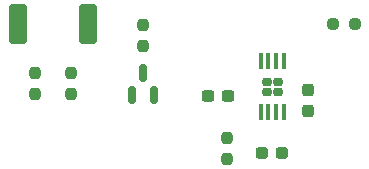
<source format=gtp>
G04 #@! TF.GenerationSoftware,KiCad,Pcbnew,6.0.8-f2edbf62ab~116~ubuntu20.04.1*
G04 #@! TF.CreationDate,2022-11-14T20:50:25-05:00*
G04 #@! TF.ProjectId,solar_lights,736f6c61-725f-46c6-9967-6874732e6b69,rev?*
G04 #@! TF.SameCoordinates,Original*
G04 #@! TF.FileFunction,Paste,Top*
G04 #@! TF.FilePolarity,Positive*
%FSLAX46Y46*%
G04 Gerber Fmt 4.6, Leading zero omitted, Abs format (unit mm)*
G04 Created by KiCad (PCBNEW 6.0.8-f2edbf62ab~116~ubuntu20.04.1) date 2022-11-14 20:50:25*
%MOMM*%
%LPD*%
G01*
G04 APERTURE LIST*
G04 Aperture macros list*
%AMRoundRect*
0 Rectangle with rounded corners*
0 $1 Rounding radius*
0 $2 $3 $4 $5 $6 $7 $8 $9 X,Y pos of 4 corners*
0 Add a 4 corners polygon primitive as box body*
4,1,4,$2,$3,$4,$5,$6,$7,$8,$9,$2,$3,0*
0 Add four circle primitives for the rounded corners*
1,1,$1+$1,$2,$3*
1,1,$1+$1,$4,$5*
1,1,$1+$1,$6,$7*
1,1,$1+$1,$8,$9*
0 Add four rect primitives between the rounded corners*
20,1,$1+$1,$2,$3,$4,$5,0*
20,1,$1+$1,$4,$5,$6,$7,0*
20,1,$1+$1,$6,$7,$8,$9,0*
20,1,$1+$1,$8,$9,$2,$3,0*%
G04 Aperture macros list end*
%ADD10RoundRect,0.237500X0.300000X0.237500X-0.300000X0.237500X-0.300000X-0.237500X0.300000X-0.237500X0*%
%ADD11RoundRect,0.237500X0.237500X-0.250000X0.237500X0.250000X-0.237500X0.250000X-0.237500X-0.250000X0*%
%ADD12RoundRect,0.249999X0.512501X1.425001X-0.512501X1.425001X-0.512501X-1.425001X0.512501X-1.425001X0*%
%ADD13RoundRect,0.237500X0.250000X0.237500X-0.250000X0.237500X-0.250000X-0.237500X0.250000X-0.237500X0*%
%ADD14RoundRect,0.150000X0.150000X-0.587500X0.150000X0.587500X-0.150000X0.587500X-0.150000X-0.587500X0*%
%ADD15RoundRect,0.237500X0.287500X0.237500X-0.287500X0.237500X-0.287500X-0.237500X0.287500X-0.237500X0*%
%ADD16RoundRect,0.180000X-0.205000X0.180000X-0.205000X-0.180000X0.205000X-0.180000X0.205000X0.180000X0*%
%ADD17RoundRect,0.100000X-0.100000X0.612500X-0.100000X-0.612500X0.100000X-0.612500X0.100000X0.612500X0*%
%ADD18RoundRect,0.237500X0.237500X-0.300000X0.237500X0.300000X-0.237500X0.300000X-0.237500X-0.300000X0*%
G04 APERTURE END LIST*
D10*
X168756500Y-106172000D03*
X167031500Y-106172000D03*
D11*
X152400000Y-106068500D03*
X152400000Y-104243500D03*
X161544000Y-102004500D03*
X161544000Y-100179500D03*
D12*
X156911500Y-100076000D03*
X150936500Y-100076000D03*
D13*
X179474500Y-100076000D03*
X177649500Y-100076000D03*
D14*
X160594000Y-106093500D03*
X162494000Y-106093500D03*
X161544000Y-104218500D03*
D11*
X155448000Y-106068500D03*
X155448000Y-104243500D03*
X168656000Y-111553000D03*
X168656000Y-109728000D03*
D15*
X173341000Y-110998000D03*
X171591000Y-110998000D03*
D16*
X172006000Y-105840000D03*
X172926000Y-104980000D03*
X172006000Y-104980000D03*
X172926000Y-105840000D03*
D17*
X173441000Y-103247500D03*
X172791000Y-103247500D03*
X172141000Y-103247500D03*
X171491000Y-103247500D03*
X171491000Y-107572500D03*
X172141000Y-107572500D03*
X172791000Y-107572500D03*
X173441000Y-107572500D03*
D18*
X175514000Y-107442000D03*
X175514000Y-105717000D03*
M02*

</source>
